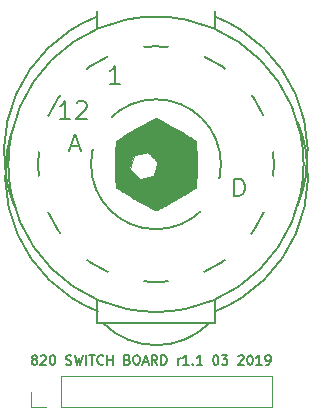
<source format=gto>
G04 #@! TF.FileFunction,Legend,Top*
%FSLAX46Y46*%
G04 Gerber Fmt 4.6, Leading zero omitted, Abs format (unit mm)*
G04 Created by KiCad (PCBNEW 4.0.2-stable) date 2019-03-28 2:21:56 PM*
%MOMM*%
G01*
G04 APERTURE LIST*
%ADD10C,0.200000*%
%ADD11C,0.150000*%
%ADD12C,0.010000*%
%ADD13C,0.120000*%
%ADD14R,1.800000X1.800000*%
%ADD15O,1.800000X1.800000*%
G04 APERTURE END LIST*
D10*
D11*
X40788094Y-71404762D02*
X40711903Y-71366667D01*
X40673808Y-71328571D01*
X40635713Y-71252381D01*
X40635713Y-71214286D01*
X40673808Y-71138095D01*
X40711903Y-71100000D01*
X40788094Y-71061905D01*
X40940475Y-71061905D01*
X41016665Y-71100000D01*
X41054761Y-71138095D01*
X41092856Y-71214286D01*
X41092856Y-71252381D01*
X41054761Y-71328571D01*
X41016665Y-71366667D01*
X40940475Y-71404762D01*
X40788094Y-71404762D01*
X40711903Y-71442857D01*
X40673808Y-71480952D01*
X40635713Y-71557143D01*
X40635713Y-71709524D01*
X40673808Y-71785714D01*
X40711903Y-71823810D01*
X40788094Y-71861905D01*
X40940475Y-71861905D01*
X41016665Y-71823810D01*
X41054761Y-71785714D01*
X41092856Y-71709524D01*
X41092856Y-71557143D01*
X41054761Y-71480952D01*
X41016665Y-71442857D01*
X40940475Y-71404762D01*
X41397618Y-71138095D02*
X41435713Y-71100000D01*
X41511904Y-71061905D01*
X41702380Y-71061905D01*
X41778570Y-71100000D01*
X41816666Y-71138095D01*
X41854761Y-71214286D01*
X41854761Y-71290476D01*
X41816666Y-71404762D01*
X41359523Y-71861905D01*
X41854761Y-71861905D01*
X42349999Y-71061905D02*
X42426190Y-71061905D01*
X42502380Y-71100000D01*
X42540475Y-71138095D01*
X42578571Y-71214286D01*
X42616666Y-71366667D01*
X42616666Y-71557143D01*
X42578571Y-71709524D01*
X42540475Y-71785714D01*
X42502380Y-71823810D01*
X42426190Y-71861905D01*
X42349999Y-71861905D01*
X42273809Y-71823810D01*
X42235713Y-71785714D01*
X42197618Y-71709524D01*
X42159523Y-71557143D01*
X42159523Y-71366667D01*
X42197618Y-71214286D01*
X42235713Y-71138095D01*
X42273809Y-71100000D01*
X42349999Y-71061905D01*
X43530952Y-71823810D02*
X43645238Y-71861905D01*
X43835714Y-71861905D01*
X43911904Y-71823810D01*
X43950000Y-71785714D01*
X43988095Y-71709524D01*
X43988095Y-71633333D01*
X43950000Y-71557143D01*
X43911904Y-71519048D01*
X43835714Y-71480952D01*
X43683333Y-71442857D01*
X43607142Y-71404762D01*
X43569047Y-71366667D01*
X43530952Y-71290476D01*
X43530952Y-71214286D01*
X43569047Y-71138095D01*
X43607142Y-71100000D01*
X43683333Y-71061905D01*
X43873809Y-71061905D01*
X43988095Y-71100000D01*
X44254762Y-71061905D02*
X44445238Y-71861905D01*
X44597619Y-71290476D01*
X44750000Y-71861905D01*
X44940476Y-71061905D01*
X45245238Y-71861905D02*
X45245238Y-71061905D01*
X45511904Y-71061905D02*
X45969047Y-71061905D01*
X45740476Y-71861905D02*
X45740476Y-71061905D01*
X46692857Y-71785714D02*
X46654762Y-71823810D01*
X46540476Y-71861905D01*
X46464286Y-71861905D01*
X46350000Y-71823810D01*
X46273809Y-71747619D01*
X46235714Y-71671429D01*
X46197619Y-71519048D01*
X46197619Y-71404762D01*
X46235714Y-71252381D01*
X46273809Y-71176190D01*
X46350000Y-71100000D01*
X46464286Y-71061905D01*
X46540476Y-71061905D01*
X46654762Y-71100000D01*
X46692857Y-71138095D01*
X47035714Y-71861905D02*
X47035714Y-71061905D01*
X47035714Y-71442857D02*
X47492857Y-71442857D01*
X47492857Y-71861905D02*
X47492857Y-71061905D01*
X48750000Y-71442857D02*
X48864286Y-71480952D01*
X48902381Y-71519048D01*
X48940476Y-71595238D01*
X48940476Y-71709524D01*
X48902381Y-71785714D01*
X48864286Y-71823810D01*
X48788095Y-71861905D01*
X48483333Y-71861905D01*
X48483333Y-71061905D01*
X48750000Y-71061905D01*
X48826190Y-71100000D01*
X48864286Y-71138095D01*
X48902381Y-71214286D01*
X48902381Y-71290476D01*
X48864286Y-71366667D01*
X48826190Y-71404762D01*
X48750000Y-71442857D01*
X48483333Y-71442857D01*
X49435714Y-71061905D02*
X49588095Y-71061905D01*
X49664286Y-71100000D01*
X49740476Y-71176190D01*
X49778571Y-71328571D01*
X49778571Y-71595238D01*
X49740476Y-71747619D01*
X49664286Y-71823810D01*
X49588095Y-71861905D01*
X49435714Y-71861905D01*
X49359524Y-71823810D01*
X49283333Y-71747619D01*
X49245238Y-71595238D01*
X49245238Y-71328571D01*
X49283333Y-71176190D01*
X49359524Y-71100000D01*
X49435714Y-71061905D01*
X50083333Y-71633333D02*
X50464285Y-71633333D01*
X50007142Y-71861905D02*
X50273809Y-71061905D01*
X50540476Y-71861905D01*
X51264285Y-71861905D02*
X50997618Y-71480952D01*
X50807142Y-71861905D02*
X50807142Y-71061905D01*
X51111904Y-71061905D01*
X51188095Y-71100000D01*
X51226190Y-71138095D01*
X51264285Y-71214286D01*
X51264285Y-71328571D01*
X51226190Y-71404762D01*
X51188095Y-71442857D01*
X51111904Y-71480952D01*
X50807142Y-71480952D01*
X51607142Y-71861905D02*
X51607142Y-71061905D01*
X51797618Y-71061905D01*
X51911904Y-71100000D01*
X51988095Y-71176190D01*
X52026190Y-71252381D01*
X52064285Y-71404762D01*
X52064285Y-71519048D01*
X52026190Y-71671429D01*
X51988095Y-71747619D01*
X51911904Y-71823810D01*
X51797618Y-71861905D01*
X51607142Y-71861905D01*
X53016666Y-71861905D02*
X53016666Y-71328571D01*
X53016666Y-71480952D02*
X53054761Y-71404762D01*
X53092857Y-71366667D01*
X53169047Y-71328571D01*
X53245238Y-71328571D01*
X53930952Y-71861905D02*
X53473809Y-71861905D01*
X53702380Y-71861905D02*
X53702380Y-71061905D01*
X53626190Y-71176190D01*
X53549999Y-71252381D01*
X53473809Y-71290476D01*
X54273809Y-71785714D02*
X54311904Y-71823810D01*
X54273809Y-71861905D01*
X54235714Y-71823810D01*
X54273809Y-71785714D01*
X54273809Y-71861905D01*
X55073809Y-71861905D02*
X54616666Y-71861905D01*
X54845237Y-71861905D02*
X54845237Y-71061905D01*
X54769047Y-71176190D01*
X54692856Y-71252381D01*
X54616666Y-71290476D01*
X56178571Y-71061905D02*
X56254762Y-71061905D01*
X56330952Y-71100000D01*
X56369047Y-71138095D01*
X56407143Y-71214286D01*
X56445238Y-71366667D01*
X56445238Y-71557143D01*
X56407143Y-71709524D01*
X56369047Y-71785714D01*
X56330952Y-71823810D01*
X56254762Y-71861905D01*
X56178571Y-71861905D01*
X56102381Y-71823810D01*
X56064285Y-71785714D01*
X56026190Y-71709524D01*
X55988095Y-71557143D01*
X55988095Y-71366667D01*
X56026190Y-71214286D01*
X56064285Y-71138095D01*
X56102381Y-71100000D01*
X56178571Y-71061905D01*
X56711905Y-71061905D02*
X57207143Y-71061905D01*
X56940476Y-71366667D01*
X57054762Y-71366667D01*
X57130952Y-71404762D01*
X57169048Y-71442857D01*
X57207143Y-71519048D01*
X57207143Y-71709524D01*
X57169048Y-71785714D01*
X57130952Y-71823810D01*
X57054762Y-71861905D01*
X56826190Y-71861905D01*
X56750000Y-71823810D01*
X56711905Y-71785714D01*
X58121429Y-71138095D02*
X58159524Y-71100000D01*
X58235715Y-71061905D01*
X58426191Y-71061905D01*
X58502381Y-71100000D01*
X58540477Y-71138095D01*
X58578572Y-71214286D01*
X58578572Y-71290476D01*
X58540477Y-71404762D01*
X58083334Y-71861905D01*
X58578572Y-71861905D01*
X59073810Y-71061905D02*
X59150001Y-71061905D01*
X59226191Y-71100000D01*
X59264286Y-71138095D01*
X59302382Y-71214286D01*
X59340477Y-71366667D01*
X59340477Y-71557143D01*
X59302382Y-71709524D01*
X59264286Y-71785714D01*
X59226191Y-71823810D01*
X59150001Y-71861905D01*
X59073810Y-71861905D01*
X58997620Y-71823810D01*
X58959524Y-71785714D01*
X58921429Y-71709524D01*
X58883334Y-71557143D01*
X58883334Y-71366667D01*
X58921429Y-71214286D01*
X58959524Y-71138095D01*
X58997620Y-71100000D01*
X59073810Y-71061905D01*
X60102382Y-71861905D02*
X59645239Y-71861905D01*
X59873810Y-71861905D02*
X59873810Y-71061905D01*
X59797620Y-71176190D01*
X59721429Y-71252381D01*
X59645239Y-71290476D01*
X60483334Y-71861905D02*
X60635715Y-71861905D01*
X60711906Y-71823810D01*
X60750001Y-71785714D01*
X60826192Y-71671429D01*
X60864287Y-71519048D01*
X60864287Y-71214286D01*
X60826192Y-71138095D01*
X60788096Y-71100000D01*
X60711906Y-71061905D01*
X60559525Y-71061905D01*
X60483334Y-71100000D01*
X60445239Y-71138095D01*
X60407144Y-71214286D01*
X60407144Y-71404762D01*
X60445239Y-71480952D01*
X60483334Y-71519048D01*
X60559525Y-71557143D01*
X60711906Y-71557143D01*
X60788096Y-71519048D01*
X60826192Y-71480952D01*
X60864287Y-71404762D01*
D12*
G36*
X47752671Y-52979019D02*
X47759510Y-52964027D01*
X47769207Y-52948411D01*
X47782563Y-52931657D01*
X47800382Y-52913245D01*
X47823464Y-52892662D01*
X47852612Y-52869390D01*
X47888624Y-52842914D01*
X47932306Y-52812719D01*
X47984456Y-52778288D01*
X48045878Y-52739105D01*
X48117372Y-52694655D01*
X48199740Y-52644419D01*
X48293783Y-52587885D01*
X48400303Y-52524535D01*
X48520102Y-52453853D01*
X48653981Y-52375323D01*
X48802741Y-52288430D01*
X48967185Y-52192657D01*
X49148113Y-52087488D01*
X49227984Y-52041104D01*
X49399750Y-51941564D01*
X49569086Y-51843802D01*
X49734750Y-51748520D01*
X49895505Y-51656419D01*
X50050111Y-51568199D01*
X50197328Y-51484559D01*
X50335918Y-51406201D01*
X50464641Y-51333824D01*
X50582259Y-51268128D01*
X50687532Y-51209814D01*
X50779222Y-51159583D01*
X50856088Y-51118134D01*
X50916894Y-51086167D01*
X50925638Y-51081679D01*
X51006532Y-51042642D01*
X51073225Y-51015715D01*
X51127434Y-51000378D01*
X51170878Y-50996111D01*
X51196901Y-50999721D01*
X51223065Y-51009513D01*
X51265685Y-51029076D01*
X51323731Y-51057829D01*
X51396173Y-51095192D01*
X51481982Y-51140582D01*
X51580126Y-51193421D01*
X51689579Y-51253128D01*
X51809306Y-51319120D01*
X51938281Y-51390820D01*
X52075472Y-51467645D01*
X52219850Y-51549015D01*
X52370385Y-51634350D01*
X52526047Y-51723068D01*
X52685805Y-51814589D01*
X52848632Y-51908333D01*
X53013495Y-52003719D01*
X53179365Y-52100166D01*
X53345214Y-52197094D01*
X53510009Y-52293922D01*
X53672721Y-52390071D01*
X53832322Y-52484957D01*
X53846010Y-52493124D01*
X53971592Y-52568149D01*
X54080868Y-52633709D01*
X54175020Y-52690687D01*
X54255232Y-52739962D01*
X54322685Y-52782413D01*
X54378563Y-52818923D01*
X54424050Y-52850371D01*
X54460326Y-52877638D01*
X54488577Y-52901606D01*
X54509984Y-52923153D01*
X54525730Y-52943162D01*
X54536999Y-52962511D01*
X54544974Y-52982082D01*
X54550837Y-53002756D01*
X54554816Y-53020751D01*
X54558874Y-53050867D01*
X54562707Y-53099961D01*
X54566306Y-53166695D01*
X54569669Y-53249729D01*
X54572791Y-53347723D01*
X54575666Y-53459338D01*
X54578291Y-53583235D01*
X54580660Y-53718074D01*
X54582769Y-53862514D01*
X54584613Y-54015217D01*
X54586189Y-54174843D01*
X54587490Y-54340052D01*
X54588513Y-54509506D01*
X54589253Y-54681863D01*
X54589703Y-54855786D01*
X54589863Y-55029933D01*
X54589725Y-55202967D01*
X54589285Y-55373545D01*
X54588539Y-55540331D01*
X54587482Y-55701983D01*
X54586109Y-55857162D01*
X54584416Y-56004529D01*
X54582397Y-56142744D01*
X54580050Y-56270468D01*
X54577367Y-56386360D01*
X54574346Y-56489083D01*
X54570982Y-56577294D01*
X54567379Y-56647845D01*
X54562806Y-56714698D01*
X54557606Y-56765048D01*
X54550768Y-56802716D01*
X54541282Y-56831514D01*
X54528139Y-56855260D01*
X54510330Y-56877769D01*
X54504981Y-56883704D01*
X54489073Y-56899270D01*
X54466917Y-56917742D01*
X54437390Y-56939834D01*
X54399374Y-56966259D01*
X54351747Y-56997729D01*
X54293388Y-57034961D01*
X54223177Y-57078665D01*
X54139994Y-57129557D01*
X54042717Y-57188348D01*
X53930227Y-57255753D01*
X53801403Y-57332486D01*
X53782276Y-57343850D01*
X53689227Y-57398885D01*
X53581861Y-57461985D01*
X53462281Y-57531936D01*
X53332588Y-57607530D01*
X53194886Y-57687554D01*
X53051276Y-57770794D01*
X52903862Y-57856040D01*
X52754746Y-57942082D01*
X52606031Y-58027706D01*
X52459820Y-58111700D01*
X52318214Y-58192854D01*
X52183317Y-58269955D01*
X52057231Y-58341792D01*
X51942059Y-58407152D01*
X51839903Y-58464826D01*
X51752866Y-58513599D01*
X51741699Y-58519819D01*
X51625436Y-58584187D01*
X51525185Y-58638843D01*
X51439474Y-58684430D01*
X51366829Y-58721587D01*
X51305778Y-58750958D01*
X51254846Y-58773183D01*
X51212563Y-58788904D01*
X51177455Y-58798761D01*
X51148048Y-58803397D01*
X51122870Y-58803452D01*
X51100448Y-58799568D01*
X51099675Y-58799362D01*
X51077253Y-58791690D01*
X51045126Y-58777920D01*
X51002332Y-58757549D01*
X50947910Y-58730072D01*
X50880900Y-58694985D01*
X50800340Y-58651784D01*
X50705269Y-58599964D01*
X50594726Y-58539021D01*
X50467751Y-58468450D01*
X50443713Y-58455042D01*
X50296475Y-58372567D01*
X50142494Y-58285746D01*
X49983208Y-58195419D01*
X49820058Y-58102427D01*
X49654483Y-58007609D01*
X49487922Y-57911806D01*
X49358781Y-57837212D01*
X49810744Y-56150464D01*
X49826481Y-56149461D01*
X49859547Y-56143450D01*
X49907740Y-56133017D01*
X49968855Y-56118752D01*
X50040690Y-56101243D01*
X50121038Y-56081078D01*
X50207699Y-56058845D01*
X50298466Y-56035134D01*
X50391138Y-56010530D01*
X50483508Y-55985625D01*
X50573376Y-55961006D01*
X50658535Y-55937259D01*
X50736784Y-55914976D01*
X50805917Y-55894743D01*
X50863731Y-55877149D01*
X50908022Y-55862781D01*
X50936587Y-55852230D01*
X50946114Y-55847376D01*
X50951006Y-55840146D01*
X50957884Y-55823860D01*
X50967109Y-55797275D01*
X50979040Y-55759155D01*
X50994040Y-55708259D01*
X51012467Y-55643349D01*
X51034684Y-55563184D01*
X51061051Y-55466524D01*
X51091929Y-55352132D01*
X51111587Y-55278889D01*
X51144984Y-55153870D01*
X51173245Y-55047175D01*
X51196680Y-54957551D01*
X51215597Y-54883742D01*
X51230301Y-54824496D01*
X51241101Y-54778557D01*
X51248303Y-54744671D01*
X51252215Y-54721586D01*
X51253145Y-54708047D01*
X51252452Y-54704107D01*
X51242213Y-54689585D01*
X51219132Y-54662757D01*
X51184819Y-54625233D01*
X51140891Y-54578625D01*
X51088957Y-54524539D01*
X51030632Y-54464588D01*
X50967528Y-54400381D01*
X50901258Y-54333528D01*
X50833435Y-54265640D01*
X50765672Y-54198325D01*
X50699581Y-54133195D01*
X50636776Y-54071858D01*
X50578868Y-54015926D01*
X50527473Y-53967008D01*
X50484201Y-53926713D01*
X50450665Y-53896654D01*
X50428479Y-53878439D01*
X50420448Y-53873563D01*
X50405537Y-53874733D01*
X50373186Y-53880811D01*
X50325531Y-53891245D01*
X50264703Y-53905484D01*
X50192837Y-53922977D01*
X50112065Y-53943170D01*
X50024522Y-53965514D01*
X49932341Y-53989455D01*
X49837655Y-54014443D01*
X49742597Y-54039927D01*
X49649303Y-54065353D01*
X49559904Y-54090170D01*
X49476536Y-54113827D01*
X49401330Y-54135773D01*
X49369499Y-54145312D01*
X49277923Y-54173034D01*
X49122313Y-54743649D01*
X48966702Y-55314266D01*
X49021671Y-55374407D01*
X49061692Y-55417259D01*
X49114765Y-55472602D01*
X49179306Y-55538827D01*
X49253732Y-55614327D01*
X49336462Y-55697493D01*
X49425912Y-55786717D01*
X49490926Y-55851175D01*
X49566113Y-55925427D01*
X49628280Y-55986530D01*
X49678752Y-56035725D01*
X49718855Y-56074253D01*
X49749915Y-56103355D01*
X49773259Y-56124272D01*
X49790212Y-56138246D01*
X49802099Y-56146517D01*
X49810249Y-56150325D01*
X49810744Y-56150464D01*
X49358781Y-57837212D01*
X49321815Y-57815858D01*
X49157601Y-57720607D01*
X48996721Y-57626891D01*
X48840611Y-57535551D01*
X48690713Y-57447428D01*
X48548466Y-57363362D01*
X48415309Y-57284193D01*
X48292681Y-57210763D01*
X48182023Y-57143908D01*
X48084774Y-57084473D01*
X48002372Y-57033296D01*
X47936358Y-56991284D01*
X47874153Y-56949517D01*
X47827539Y-56914195D01*
X47793977Y-56882590D01*
X47770928Y-56851972D01*
X47755853Y-56819612D01*
X47747289Y-56788120D01*
X47741878Y-56751197D01*
X47736884Y-56694079D01*
X47732311Y-56616888D01*
X47728161Y-56519747D01*
X47724438Y-56402776D01*
X47721143Y-56266096D01*
X47718282Y-56109830D01*
X47715856Y-55934097D01*
X47713869Y-55739022D01*
X47712324Y-55524724D01*
X47711525Y-55367612D01*
X47710753Y-55137436D01*
X47710435Y-54914147D01*
X47710559Y-54698621D01*
X47711110Y-54491732D01*
X47712077Y-54294357D01*
X47713443Y-54107369D01*
X47715198Y-53931646D01*
X47717327Y-53768061D01*
X47719817Y-53617489D01*
X47722655Y-53480806D01*
X47725825Y-53358887D01*
X47729317Y-53252609D01*
X47733116Y-53162844D01*
X47737210Y-53090470D01*
X47741583Y-53036360D01*
X47746223Y-53001390D01*
X47747891Y-52993902D01*
X47752671Y-52979019D01*
X47752671Y-52979019D01*
G37*
X47752671Y-52979019D02*
X47759510Y-52964027D01*
X47769207Y-52948411D01*
X47782563Y-52931657D01*
X47800382Y-52913245D01*
X47823464Y-52892662D01*
X47852612Y-52869390D01*
X47888624Y-52842914D01*
X47932306Y-52812719D01*
X47984456Y-52778288D01*
X48045878Y-52739105D01*
X48117372Y-52694655D01*
X48199740Y-52644419D01*
X48293783Y-52587885D01*
X48400303Y-52524535D01*
X48520102Y-52453853D01*
X48653981Y-52375323D01*
X48802741Y-52288430D01*
X48967185Y-52192657D01*
X49148113Y-52087488D01*
X49227984Y-52041104D01*
X49399750Y-51941564D01*
X49569086Y-51843802D01*
X49734750Y-51748520D01*
X49895505Y-51656419D01*
X50050111Y-51568199D01*
X50197328Y-51484559D01*
X50335918Y-51406201D01*
X50464641Y-51333824D01*
X50582259Y-51268128D01*
X50687532Y-51209814D01*
X50779222Y-51159583D01*
X50856088Y-51118134D01*
X50916894Y-51086167D01*
X50925638Y-51081679D01*
X51006532Y-51042642D01*
X51073225Y-51015715D01*
X51127434Y-51000378D01*
X51170878Y-50996111D01*
X51196901Y-50999721D01*
X51223065Y-51009513D01*
X51265685Y-51029076D01*
X51323731Y-51057829D01*
X51396173Y-51095192D01*
X51481982Y-51140582D01*
X51580126Y-51193421D01*
X51689579Y-51253128D01*
X51809306Y-51319120D01*
X51938281Y-51390820D01*
X52075472Y-51467645D01*
X52219850Y-51549015D01*
X52370385Y-51634350D01*
X52526047Y-51723068D01*
X52685805Y-51814589D01*
X52848632Y-51908333D01*
X53013495Y-52003719D01*
X53179365Y-52100166D01*
X53345214Y-52197094D01*
X53510009Y-52293922D01*
X53672721Y-52390071D01*
X53832322Y-52484957D01*
X53846010Y-52493124D01*
X53971592Y-52568149D01*
X54080868Y-52633709D01*
X54175020Y-52690687D01*
X54255232Y-52739962D01*
X54322685Y-52782413D01*
X54378563Y-52818923D01*
X54424050Y-52850371D01*
X54460326Y-52877638D01*
X54488577Y-52901606D01*
X54509984Y-52923153D01*
X54525730Y-52943162D01*
X54536999Y-52962511D01*
X54544974Y-52982082D01*
X54550837Y-53002756D01*
X54554816Y-53020751D01*
X54558874Y-53050867D01*
X54562707Y-53099961D01*
X54566306Y-53166695D01*
X54569669Y-53249729D01*
X54572791Y-53347723D01*
X54575666Y-53459338D01*
X54578291Y-53583235D01*
X54580660Y-53718074D01*
X54582769Y-53862514D01*
X54584613Y-54015217D01*
X54586189Y-54174843D01*
X54587490Y-54340052D01*
X54588513Y-54509506D01*
X54589253Y-54681863D01*
X54589703Y-54855786D01*
X54589863Y-55029933D01*
X54589725Y-55202967D01*
X54589285Y-55373545D01*
X54588539Y-55540331D01*
X54587482Y-55701983D01*
X54586109Y-55857162D01*
X54584416Y-56004529D01*
X54582397Y-56142744D01*
X54580050Y-56270468D01*
X54577367Y-56386360D01*
X54574346Y-56489083D01*
X54570982Y-56577294D01*
X54567379Y-56647845D01*
X54562806Y-56714698D01*
X54557606Y-56765048D01*
X54550768Y-56802716D01*
X54541282Y-56831514D01*
X54528139Y-56855260D01*
X54510330Y-56877769D01*
X54504981Y-56883704D01*
X54489073Y-56899270D01*
X54466917Y-56917742D01*
X54437390Y-56939834D01*
X54399374Y-56966259D01*
X54351747Y-56997729D01*
X54293388Y-57034961D01*
X54223177Y-57078665D01*
X54139994Y-57129557D01*
X54042717Y-57188348D01*
X53930227Y-57255753D01*
X53801403Y-57332486D01*
X53782276Y-57343850D01*
X53689227Y-57398885D01*
X53581861Y-57461985D01*
X53462281Y-57531936D01*
X53332588Y-57607530D01*
X53194886Y-57687554D01*
X53051276Y-57770794D01*
X52903862Y-57856040D01*
X52754746Y-57942082D01*
X52606031Y-58027706D01*
X52459820Y-58111700D01*
X52318214Y-58192854D01*
X52183317Y-58269955D01*
X52057231Y-58341792D01*
X51942059Y-58407152D01*
X51839903Y-58464826D01*
X51752866Y-58513599D01*
X51741699Y-58519819D01*
X51625436Y-58584187D01*
X51525185Y-58638843D01*
X51439474Y-58684430D01*
X51366829Y-58721587D01*
X51305778Y-58750958D01*
X51254846Y-58773183D01*
X51212563Y-58788904D01*
X51177455Y-58798761D01*
X51148048Y-58803397D01*
X51122870Y-58803452D01*
X51100448Y-58799568D01*
X51099675Y-58799362D01*
X51077253Y-58791690D01*
X51045126Y-58777920D01*
X51002332Y-58757549D01*
X50947910Y-58730072D01*
X50880900Y-58694985D01*
X50800340Y-58651784D01*
X50705269Y-58599964D01*
X50594726Y-58539021D01*
X50467751Y-58468450D01*
X50443713Y-58455042D01*
X50296475Y-58372567D01*
X50142494Y-58285746D01*
X49983208Y-58195419D01*
X49820058Y-58102427D01*
X49654483Y-58007609D01*
X49487922Y-57911806D01*
X49358781Y-57837212D01*
X49810744Y-56150464D01*
X49826481Y-56149461D01*
X49859547Y-56143450D01*
X49907740Y-56133017D01*
X49968855Y-56118752D01*
X50040690Y-56101243D01*
X50121038Y-56081078D01*
X50207699Y-56058845D01*
X50298466Y-56035134D01*
X50391138Y-56010530D01*
X50483508Y-55985625D01*
X50573376Y-55961006D01*
X50658535Y-55937259D01*
X50736784Y-55914976D01*
X50805917Y-55894743D01*
X50863731Y-55877149D01*
X50908022Y-55862781D01*
X50936587Y-55852230D01*
X50946114Y-55847376D01*
X50951006Y-55840146D01*
X50957884Y-55823860D01*
X50967109Y-55797275D01*
X50979040Y-55759155D01*
X50994040Y-55708259D01*
X51012467Y-55643349D01*
X51034684Y-55563184D01*
X51061051Y-55466524D01*
X51091929Y-55352132D01*
X51111587Y-55278889D01*
X51144984Y-55153870D01*
X51173245Y-55047175D01*
X51196680Y-54957551D01*
X51215597Y-54883742D01*
X51230301Y-54824496D01*
X51241101Y-54778557D01*
X51248303Y-54744671D01*
X51252215Y-54721586D01*
X51253145Y-54708047D01*
X51252452Y-54704107D01*
X51242213Y-54689585D01*
X51219132Y-54662757D01*
X51184819Y-54625233D01*
X51140891Y-54578625D01*
X51088957Y-54524539D01*
X51030632Y-54464588D01*
X50967528Y-54400381D01*
X50901258Y-54333528D01*
X50833435Y-54265640D01*
X50765672Y-54198325D01*
X50699581Y-54133195D01*
X50636776Y-54071858D01*
X50578868Y-54015926D01*
X50527473Y-53967008D01*
X50484201Y-53926713D01*
X50450665Y-53896654D01*
X50428479Y-53878439D01*
X50420448Y-53873563D01*
X50405537Y-53874733D01*
X50373186Y-53880811D01*
X50325531Y-53891245D01*
X50264703Y-53905484D01*
X50192837Y-53922977D01*
X50112065Y-53943170D01*
X50024522Y-53965514D01*
X49932341Y-53989455D01*
X49837655Y-54014443D01*
X49742597Y-54039927D01*
X49649303Y-54065353D01*
X49559904Y-54090170D01*
X49476536Y-54113827D01*
X49401330Y-54135773D01*
X49369499Y-54145312D01*
X49277923Y-54173034D01*
X49122313Y-54743649D01*
X48966702Y-55314266D01*
X49021671Y-55374407D01*
X49061692Y-55417259D01*
X49114765Y-55472602D01*
X49179306Y-55538827D01*
X49253732Y-55614327D01*
X49336462Y-55697493D01*
X49425912Y-55786717D01*
X49490926Y-55851175D01*
X49566113Y-55925427D01*
X49628280Y-55986530D01*
X49678752Y-56035725D01*
X49718855Y-56074253D01*
X49749915Y-56103355D01*
X49773259Y-56124272D01*
X49790212Y-56138246D01*
X49802099Y-56146517D01*
X49810249Y-56150325D01*
X49810744Y-56150464D01*
X49358781Y-57837212D01*
X49321815Y-57815858D01*
X49157601Y-57720607D01*
X48996721Y-57626891D01*
X48840611Y-57535551D01*
X48690713Y-57447428D01*
X48548466Y-57363362D01*
X48415309Y-57284193D01*
X48292681Y-57210763D01*
X48182023Y-57143908D01*
X48084774Y-57084473D01*
X48002372Y-57033296D01*
X47936358Y-56991284D01*
X47874153Y-56949517D01*
X47827539Y-56914195D01*
X47793977Y-56882590D01*
X47770928Y-56851972D01*
X47755853Y-56819612D01*
X47747289Y-56788120D01*
X47741878Y-56751197D01*
X47736884Y-56694079D01*
X47732311Y-56616888D01*
X47728161Y-56519747D01*
X47724438Y-56402776D01*
X47721143Y-56266096D01*
X47718282Y-56109830D01*
X47715856Y-55934097D01*
X47713869Y-55739022D01*
X47712324Y-55524724D01*
X47711525Y-55367612D01*
X47710753Y-55137436D01*
X47710435Y-54914147D01*
X47710559Y-54698621D01*
X47711110Y-54491732D01*
X47712077Y-54294357D01*
X47713443Y-54107369D01*
X47715198Y-53931646D01*
X47717327Y-53768061D01*
X47719817Y-53617489D01*
X47722655Y-53480806D01*
X47725825Y-53358887D01*
X47729317Y-53252609D01*
X47733116Y-53162844D01*
X47737210Y-53090470D01*
X47741583Y-53036360D01*
X47746223Y-53001390D01*
X47747891Y-52993902D01*
X47752671Y-52979019D01*
D11*
X56650000Y-54900000D02*
G75*
G03X56650000Y-54900000I-5500000J0D01*
G01*
X46170000Y-68350000D02*
X56170000Y-68350000D01*
X46170000Y-68350000D02*
X46170000Y-66350000D01*
X56170000Y-68350000D02*
X56170000Y-66350000D01*
X55670000Y-68350000D02*
G75*
G02X46670000Y-68350000I-4500000J4500000D01*
G01*
X63170000Y-51350000D02*
G75*
G02X56170000Y-67350000I-11500000J-4500000D01*
G01*
X39230000Y-51350000D02*
G75*
G03X46230000Y-67350000I11500000J-4500000D01*
G01*
X39130000Y-58410000D02*
G75*
G02X46130000Y-42410000I11500000J4500000D01*
G01*
X63150000Y-58400000D02*
G75*
G03X56150000Y-42400000I-11500000J4500000D01*
G01*
X56150000Y-41900000D02*
X56150000Y-43400000D01*
X46150000Y-41900000D02*
X46150000Y-43400000D01*
X63650000Y-54900000D02*
G75*
G03X63650000Y-54900000I-12500000J0D01*
G01*
X61150000Y-54900000D02*
G75*
G03X61150000Y-54900000I-10000000J0D01*
G01*
D13*
X60980000Y-75480000D02*
X60980000Y-72820000D01*
X43140000Y-75480000D02*
X60980000Y-75480000D01*
X43140000Y-72820000D02*
X60980000Y-72820000D01*
X43140000Y-75480000D02*
X43140000Y-72820000D01*
X41870000Y-75480000D02*
X40540000Y-75480000D01*
X40540000Y-75480000D02*
X40540000Y-74150000D01*
D11*
X43864286Y-51078571D02*
X43007143Y-51078571D01*
X43435715Y-51078571D02*
X43435715Y-49578571D01*
X43292858Y-49792857D01*
X43150000Y-49935714D01*
X43007143Y-50007143D01*
X44435714Y-49721429D02*
X44507143Y-49650000D01*
X44650000Y-49578571D01*
X45007143Y-49578571D01*
X45150000Y-49650000D01*
X45221429Y-49721429D01*
X45292857Y-49864286D01*
X45292857Y-50007143D01*
X45221429Y-50221429D01*
X44364286Y-51078571D01*
X45292857Y-51078571D01*
X48078572Y-48078571D02*
X47221429Y-48078571D01*
X47650001Y-48078571D02*
X47650001Y-46578571D01*
X47507144Y-46792857D01*
X47364286Y-46935714D01*
X47221429Y-47007143D01*
X57797143Y-57608571D02*
X57797143Y-56108571D01*
X58154286Y-56108571D01*
X58368571Y-56180000D01*
X58511429Y-56322857D01*
X58582857Y-56465714D01*
X58654286Y-56751429D01*
X58654286Y-56965714D01*
X58582857Y-57251429D01*
X58511429Y-57394286D01*
X58368571Y-57537143D01*
X58154286Y-57608571D01*
X57797143Y-57608571D01*
X43932857Y-53380000D02*
X44647143Y-53380000D01*
X43790000Y-53808571D02*
X44290000Y-52308571D01*
X44790000Y-53808571D01*
%LPC*%
D10*
G36*
X47308693Y-46558799D02*
X46816937Y-44723540D01*
X49811307Y-43921201D01*
X50303063Y-45756460D01*
X47308693Y-46558799D01*
X47308693Y-46558799D01*
G37*
G36*
X43655736Y-49597767D02*
X42312233Y-48254264D01*
X44504264Y-46062233D01*
X45847767Y-47405736D01*
X43655736Y-49597767D01*
X43655736Y-49597767D01*
G37*
G36*
X42006460Y-54053063D02*
X40171201Y-53561307D01*
X40973540Y-50566937D01*
X42808799Y-51058693D01*
X42006460Y-54053063D01*
X42006460Y-54053063D01*
G37*
G36*
X40171201Y-56238693D02*
X42006460Y-55746937D01*
X42808799Y-58741307D01*
X40973540Y-59233063D01*
X40171201Y-56238693D01*
X40171201Y-56238693D01*
G37*
G36*
X42312233Y-61545736D02*
X43655736Y-60202233D01*
X45847767Y-62394264D01*
X44504264Y-63737767D01*
X42312233Y-61545736D01*
X42312233Y-61545736D01*
G37*
G36*
X46816937Y-65076460D02*
X47308693Y-63241201D01*
X50303063Y-64043540D01*
X49811307Y-65878799D01*
X46816937Y-65076460D01*
X46816937Y-65076460D01*
G37*
G36*
X55957724Y-59467339D02*
X54312276Y-58517339D01*
X55862276Y-55832661D01*
X57507724Y-56782661D01*
X55957724Y-59467339D01*
X55957724Y-59467339D01*
G37*
G36*
X46437724Y-53967339D02*
X44792276Y-53017339D01*
X46342276Y-50332661D01*
X47987724Y-51282661D01*
X46437724Y-53967339D01*
X46437724Y-53967339D01*
G37*
G36*
X51996937Y-45756460D02*
X52488693Y-43921201D01*
X55483063Y-44723540D01*
X54991307Y-46558799D01*
X51996937Y-45756460D01*
X51996937Y-45756460D01*
G37*
G36*
X56452233Y-47405736D02*
X57795736Y-46062233D01*
X59987767Y-48254264D01*
X58644264Y-49597767D01*
X56452233Y-47405736D01*
X56452233Y-47405736D01*
G37*
G36*
X59491201Y-51058693D02*
X61326460Y-50566937D01*
X62128799Y-53561307D01*
X60293540Y-54053063D01*
X59491201Y-51058693D01*
X59491201Y-51058693D01*
G37*
G36*
X61326460Y-59233063D02*
X59491201Y-58741307D01*
X60293540Y-55746937D01*
X62128799Y-56238693D01*
X61326460Y-59233063D01*
X61326460Y-59233063D01*
G37*
G36*
X57795736Y-63737767D02*
X56452233Y-62394264D01*
X58644264Y-60202233D01*
X59987767Y-61545736D01*
X57795736Y-63737767D01*
X57795736Y-63737767D01*
G37*
G36*
X52488693Y-65878799D02*
X51996937Y-64043540D01*
X54991307Y-63241201D01*
X55483063Y-65076460D01*
X52488693Y-65878799D01*
X52488693Y-65878799D01*
G37*
D14*
X41870000Y-74150000D03*
D15*
X44410000Y-74150000D03*
X46950000Y-74150000D03*
X49490000Y-74150000D03*
X52030000Y-74150000D03*
X54570000Y-74150000D03*
X57110000Y-74150000D03*
X59650000Y-74150000D03*
M02*

</source>
